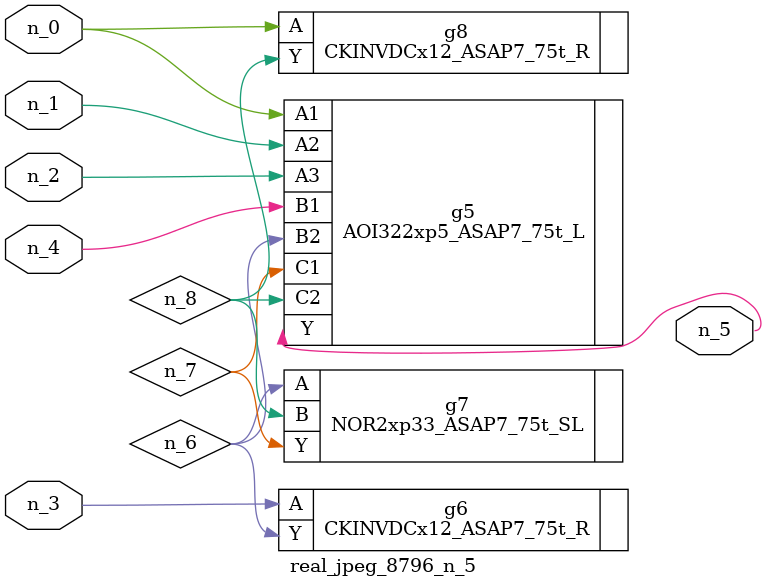
<source format=v>
module real_jpeg_8796_n_5 (n_4, n_0, n_1, n_2, n_3, n_5);

input n_4;
input n_0;
input n_1;
input n_2;
input n_3;

output n_5;

wire n_8;
wire n_6;
wire n_7;

AOI322xp5_ASAP7_75t_L g5 ( 
.A1(n_0),
.A2(n_1),
.A3(n_2),
.B1(n_4),
.B2(n_6),
.C1(n_7),
.C2(n_8),
.Y(n_5)
);

CKINVDCx12_ASAP7_75t_R g8 ( 
.A(n_0),
.Y(n_8)
);

CKINVDCx12_ASAP7_75t_R g6 ( 
.A(n_3),
.Y(n_6)
);

NOR2xp33_ASAP7_75t_SL g7 ( 
.A(n_6),
.B(n_8),
.Y(n_7)
);


endmodule
</source>
